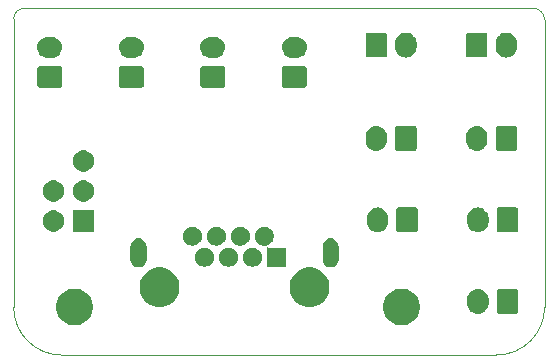
<source format=gbr>
G04 #@! TF.GenerationSoftware,KiCad,Pcbnew,(5.1.6)-1*
G04 #@! TF.CreationDate,2021-11-18T20:07:37-06:00*
G04 #@! TF.ProjectId,ControlPanelSTM32QFN28,436f6e74-726f-46c5-9061-6e656c53544d,rev?*
G04 #@! TF.SameCoordinates,Original*
G04 #@! TF.FileFunction,Soldermask,Top*
G04 #@! TF.FilePolarity,Negative*
%FSLAX46Y46*%
G04 Gerber Fmt 4.6, Leading zero omitted, Abs format (unit mm)*
G04 Created by KiCad (PCBNEW (5.1.6)-1) date 2021-11-18 20:07:37*
%MOMM*%
%LPD*%
G01*
G04 APERTURE LIST*
G04 #@! TA.AperFunction,Profile*
%ADD10C,0.050000*%
G04 #@! TD*
%ADD11C,0.100000*%
G04 APERTURE END LIST*
D10*
X175479873Y-85389743D02*
G75*
G02*
X176439940Y-86360000I-5095J-965162D01*
G01*
X131488000Y-86296602D02*
G75*
G02*
X132389685Y-85389720I901685J5182D01*
G01*
X131488000Y-110680500D02*
X131488000Y-86296602D01*
X135552000Y-114744500D02*
G75*
G02*
X131488000Y-110680500I0J4064000D01*
G01*
X172353080Y-114744500D02*
X135552000Y-114744500D01*
X176439940Y-86360000D02*
X176450164Y-110667800D01*
X176450164Y-110670340D02*
G75*
G02*
X172353080Y-114744500I-4074224J0D01*
G01*
X175479873Y-85389743D02*
X132389685Y-85389720D01*
D11*
G36*
X164601362Y-109149000D02*
G01*
X164790410Y-109186604D01*
X165072674Y-109303521D01*
X165326705Y-109473259D01*
X165542741Y-109689295D01*
X165712479Y-109943326D01*
X165829396Y-110225590D01*
X165829396Y-110225591D01*
X165889000Y-110525239D01*
X165889000Y-110830761D01*
X165884578Y-110852990D01*
X165829396Y-111130410D01*
X165712479Y-111412674D01*
X165542741Y-111666705D01*
X165326705Y-111882741D01*
X165072674Y-112052479D01*
X164790410Y-112169396D01*
X164640585Y-112199198D01*
X164490761Y-112229000D01*
X164185239Y-112229000D01*
X164035415Y-112199198D01*
X163885590Y-112169396D01*
X163603326Y-112052479D01*
X163349295Y-111882741D01*
X163133259Y-111666705D01*
X162963521Y-111412674D01*
X162846604Y-111130410D01*
X162791422Y-110852990D01*
X162787000Y-110830761D01*
X162787000Y-110525239D01*
X162846604Y-110225591D01*
X162846604Y-110225590D01*
X162963521Y-109943326D01*
X163133259Y-109689295D01*
X163349295Y-109473259D01*
X163603326Y-109303521D01*
X163885590Y-109186604D01*
X164074638Y-109149000D01*
X164185239Y-109127000D01*
X164490761Y-109127000D01*
X164601362Y-109149000D01*
G37*
G36*
X136901362Y-109149000D02*
G01*
X137090410Y-109186604D01*
X137372674Y-109303521D01*
X137626705Y-109473259D01*
X137842741Y-109689295D01*
X138012479Y-109943326D01*
X138129396Y-110225590D01*
X138129396Y-110225591D01*
X138189000Y-110525239D01*
X138189000Y-110830761D01*
X138184578Y-110852990D01*
X138129396Y-111130410D01*
X138012479Y-111412674D01*
X137842741Y-111666705D01*
X137626705Y-111882741D01*
X137372674Y-112052479D01*
X137090410Y-112169396D01*
X136940585Y-112199198D01*
X136790761Y-112229000D01*
X136485239Y-112229000D01*
X136335415Y-112199198D01*
X136185590Y-112169396D01*
X135903326Y-112052479D01*
X135649295Y-111882741D01*
X135433259Y-111666705D01*
X135263521Y-111412674D01*
X135146604Y-111130410D01*
X135091422Y-110852990D01*
X135087000Y-110830761D01*
X135087000Y-110525239D01*
X135146604Y-110225591D01*
X135146604Y-110225590D01*
X135263521Y-109943326D01*
X135433259Y-109689295D01*
X135649295Y-109473259D01*
X135903326Y-109303521D01*
X136185590Y-109186604D01*
X136374638Y-109149000D01*
X136485239Y-109127000D01*
X136790761Y-109127000D01*
X136901362Y-109149000D01*
G37*
G36*
X170976627Y-109162037D02*
G01*
X171146466Y-109213557D01*
X171302991Y-109297222D01*
X171338729Y-109326552D01*
X171440186Y-109409814D01*
X171504260Y-109487890D01*
X171552778Y-109547009D01*
X171636443Y-109703534D01*
X171687963Y-109873374D01*
X171701000Y-110005743D01*
X171701000Y-110394258D01*
X171687963Y-110526627D01*
X171636443Y-110696466D01*
X171552778Y-110852991D01*
X171523448Y-110888729D01*
X171440186Y-110990186D01*
X171302989Y-111102779D01*
X171146467Y-111186442D01*
X171146465Y-111186443D01*
X170976626Y-111237963D01*
X170800000Y-111255359D01*
X170623373Y-111237963D01*
X170453534Y-111186443D01*
X170297009Y-111102778D01*
X170254750Y-111068097D01*
X170159814Y-110990186D01*
X170047221Y-110852989D01*
X169963558Y-110696467D01*
X169937514Y-110610612D01*
X169912037Y-110526626D01*
X169899000Y-110394257D01*
X169899000Y-110005742D01*
X169912037Y-109873373D01*
X169963557Y-109703534D01*
X170047222Y-109547009D01*
X170159815Y-109409815D01*
X170297010Y-109297222D01*
X170453535Y-109213557D01*
X170623374Y-109162037D01*
X170800000Y-109144641D01*
X170976627Y-109162037D01*
G37*
G36*
X174058600Y-109152989D02*
G01*
X174091652Y-109163015D01*
X174122103Y-109179292D01*
X174148799Y-109201201D01*
X174170708Y-109227897D01*
X174186985Y-109258348D01*
X174197011Y-109291400D01*
X174201000Y-109331903D01*
X174201000Y-111068097D01*
X174197011Y-111108600D01*
X174186985Y-111141652D01*
X174170708Y-111172103D01*
X174148799Y-111198799D01*
X174122103Y-111220708D01*
X174091652Y-111236985D01*
X174058600Y-111247011D01*
X174018097Y-111251000D01*
X172581903Y-111251000D01*
X172541400Y-111247011D01*
X172508348Y-111236985D01*
X172477897Y-111220708D01*
X172451201Y-111198799D01*
X172429292Y-111172103D01*
X172413015Y-111141652D01*
X172402989Y-111108600D01*
X172399000Y-111068097D01*
X172399000Y-109331903D01*
X172402989Y-109291400D01*
X172413015Y-109258348D01*
X172429292Y-109227897D01*
X172451201Y-109201201D01*
X172477897Y-109179292D01*
X172508348Y-109163015D01*
X172541400Y-109152989D01*
X172581903Y-109149000D01*
X174018097Y-109149000D01*
X174058600Y-109152989D01*
G37*
G36*
X144332151Y-107387428D02*
G01*
X144637163Y-107513768D01*
X144911667Y-107697186D01*
X145145114Y-107930633D01*
X145328532Y-108205137D01*
X145454872Y-108510149D01*
X145519280Y-108833948D01*
X145519280Y-109164092D01*
X145454872Y-109487891D01*
X145328532Y-109792903D01*
X145145114Y-110067407D01*
X144911667Y-110300854D01*
X144637163Y-110484272D01*
X144332151Y-110610612D01*
X144170251Y-110642816D01*
X144008353Y-110675020D01*
X143678207Y-110675020D01*
X143516309Y-110642816D01*
X143354409Y-110610612D01*
X143049397Y-110484272D01*
X142774893Y-110300854D01*
X142541446Y-110067407D01*
X142358028Y-109792903D01*
X142231688Y-109487891D01*
X142167280Y-109164092D01*
X142167280Y-108833948D01*
X142231688Y-108510149D01*
X142358028Y-108205137D01*
X142541446Y-107930633D01*
X142774893Y-107697186D01*
X143049397Y-107513768D01*
X143354409Y-107387428D01*
X143678207Y-107323020D01*
X144008353Y-107323020D01*
X144332151Y-107387428D01*
G37*
G36*
X157032151Y-107387428D02*
G01*
X157337163Y-107513768D01*
X157611667Y-107697186D01*
X157845114Y-107930633D01*
X158028532Y-108205137D01*
X158154872Y-108510149D01*
X158219280Y-108833948D01*
X158219280Y-109164092D01*
X158154872Y-109487891D01*
X158028532Y-109792903D01*
X157845114Y-110067407D01*
X157611667Y-110300854D01*
X157337163Y-110484272D01*
X157032151Y-110610612D01*
X156870251Y-110642816D01*
X156708353Y-110675020D01*
X156378207Y-110675020D01*
X156216309Y-110642816D01*
X156054409Y-110610612D01*
X155749397Y-110484272D01*
X155474893Y-110300854D01*
X155241446Y-110067407D01*
X155058028Y-109792903D01*
X154931688Y-109487891D01*
X154867280Y-109164092D01*
X154867280Y-108833948D01*
X154931688Y-108510149D01*
X155058028Y-108205137D01*
X155241446Y-107930633D01*
X155474893Y-107697186D01*
X155749397Y-107513768D01*
X156054409Y-107387428D01*
X156378207Y-107323020D01*
X156708353Y-107323020D01*
X157032151Y-107387428D01*
G37*
G36*
X142196682Y-104874916D02*
G01*
X142324955Y-104913828D01*
X142443174Y-104977017D01*
X142546794Y-105062056D01*
X142631833Y-105165676D01*
X142695022Y-105283895D01*
X142733934Y-105412168D01*
X142743780Y-105512142D01*
X142743780Y-106681998D01*
X142733934Y-106781972D01*
X142695022Y-106910245D01*
X142631833Y-107028464D01*
X142546794Y-107132083D01*
X142443172Y-107217123D01*
X142324954Y-107280312D01*
X142196681Y-107319224D01*
X142063280Y-107332362D01*
X141929878Y-107319224D01*
X141801605Y-107280312D01*
X141683386Y-107217123D01*
X141579767Y-107132084D01*
X141494727Y-107028462D01*
X141431538Y-106910244D01*
X141392626Y-106781971D01*
X141382780Y-106681997D01*
X141382781Y-105512142D01*
X141392627Y-105412168D01*
X141431539Y-105283895D01*
X141494728Y-105165676D01*
X141579767Y-105062056D01*
X141683387Y-104977017D01*
X141801606Y-104913828D01*
X141929879Y-104874916D01*
X142063280Y-104861778D01*
X142196682Y-104874916D01*
G37*
G36*
X158456682Y-104874916D02*
G01*
X158584955Y-104913828D01*
X158703174Y-104977017D01*
X158806794Y-105062056D01*
X158891833Y-105165676D01*
X158955022Y-105283895D01*
X158993934Y-105412168D01*
X159003780Y-105512142D01*
X159003780Y-106681998D01*
X158993934Y-106781972D01*
X158955022Y-106910245D01*
X158891833Y-107028464D01*
X158806794Y-107132083D01*
X158703172Y-107217123D01*
X158584954Y-107280312D01*
X158456681Y-107319224D01*
X158323280Y-107332362D01*
X158189878Y-107319224D01*
X158061605Y-107280312D01*
X157943386Y-107217123D01*
X157839767Y-107132084D01*
X157754727Y-107028462D01*
X157691538Y-106910244D01*
X157652626Y-106781971D01*
X157642780Y-106681997D01*
X157642781Y-105512142D01*
X157652627Y-105412168D01*
X157691539Y-105283895D01*
X157754728Y-105165676D01*
X157839767Y-105062056D01*
X157943387Y-104977017D01*
X158061606Y-104913828D01*
X158189879Y-104874916D01*
X158323280Y-104861778D01*
X158456682Y-104874916D01*
G37*
G36*
X149916222Y-105688801D02*
G01*
X150061994Y-105749182D01*
X150061996Y-105749183D01*
X150193188Y-105836842D01*
X150304758Y-105948412D01*
X150392417Y-106079604D01*
X150392418Y-106079606D01*
X150452799Y-106225378D01*
X150483580Y-106380127D01*
X150483580Y-106537913D01*
X150452799Y-106692662D01*
X150415806Y-106781970D01*
X150392417Y-106838436D01*
X150304758Y-106969628D01*
X150193188Y-107081198D01*
X150061996Y-107168857D01*
X150061995Y-107168858D01*
X150061994Y-107168858D01*
X149916222Y-107229239D01*
X149761473Y-107260020D01*
X149603687Y-107260020D01*
X149448938Y-107229239D01*
X149303166Y-107168858D01*
X149303165Y-107168858D01*
X149303164Y-107168857D01*
X149171972Y-107081198D01*
X149060402Y-106969628D01*
X148972743Y-106838436D01*
X148949354Y-106781970D01*
X148912361Y-106692662D01*
X148881580Y-106537913D01*
X148881580Y-106380127D01*
X148912361Y-106225378D01*
X148972742Y-106079606D01*
X148972743Y-106079604D01*
X149060402Y-105948412D01*
X149171972Y-105836842D01*
X149303164Y-105749183D01*
X149303166Y-105749182D01*
X149448938Y-105688801D01*
X149603687Y-105658020D01*
X149761473Y-105658020D01*
X149916222Y-105688801D01*
G37*
G36*
X147886222Y-105688801D02*
G01*
X148031994Y-105749182D01*
X148031996Y-105749183D01*
X148163188Y-105836842D01*
X148274758Y-105948412D01*
X148362417Y-106079604D01*
X148362418Y-106079606D01*
X148422799Y-106225378D01*
X148453580Y-106380127D01*
X148453580Y-106537913D01*
X148422799Y-106692662D01*
X148385806Y-106781970D01*
X148362417Y-106838436D01*
X148274758Y-106969628D01*
X148163188Y-107081198D01*
X148031996Y-107168857D01*
X148031995Y-107168858D01*
X148031994Y-107168858D01*
X147886222Y-107229239D01*
X147731473Y-107260020D01*
X147573687Y-107260020D01*
X147418938Y-107229239D01*
X147273166Y-107168858D01*
X147273165Y-107168858D01*
X147273164Y-107168857D01*
X147141972Y-107081198D01*
X147030402Y-106969628D01*
X146942743Y-106838436D01*
X146919354Y-106781970D01*
X146882361Y-106692662D01*
X146851580Y-106537913D01*
X146851580Y-106380127D01*
X146882361Y-106225378D01*
X146942742Y-106079606D01*
X146942743Y-106079604D01*
X147030402Y-105948412D01*
X147141972Y-105836842D01*
X147273164Y-105749183D01*
X147273166Y-105749182D01*
X147418938Y-105688801D01*
X147573687Y-105658020D01*
X147731473Y-105658020D01*
X147886222Y-105688801D01*
G37*
G36*
X151946222Y-105688801D02*
G01*
X152091994Y-105749182D01*
X152091996Y-105749183D01*
X152223188Y-105836842D01*
X152334758Y-105948412D01*
X152422417Y-106079604D01*
X152422418Y-106079606D01*
X152482799Y-106225378D01*
X152513580Y-106380127D01*
X152513580Y-106537913D01*
X152482799Y-106692662D01*
X152445806Y-106781970D01*
X152422417Y-106838436D01*
X152334758Y-106969628D01*
X152223188Y-107081198D01*
X152091996Y-107168857D01*
X152091995Y-107168858D01*
X152091994Y-107168858D01*
X151946222Y-107229239D01*
X151791473Y-107260020D01*
X151633687Y-107260020D01*
X151478938Y-107229239D01*
X151333166Y-107168858D01*
X151333165Y-107168858D01*
X151333164Y-107168857D01*
X151201972Y-107081198D01*
X151090402Y-106969628D01*
X151002743Y-106838436D01*
X150979354Y-106781970D01*
X150942361Y-106692662D01*
X150911580Y-106537913D01*
X150911580Y-106380127D01*
X150942361Y-106225378D01*
X151002742Y-106079606D01*
X151002743Y-106079604D01*
X151090402Y-105948412D01*
X151201972Y-105836842D01*
X151333164Y-105749183D01*
X151333166Y-105749182D01*
X151478938Y-105688801D01*
X151633687Y-105658020D01*
X151791473Y-105658020D01*
X151946222Y-105688801D01*
G37*
G36*
X152956222Y-103908801D02*
G01*
X153101994Y-103969182D01*
X153101996Y-103969183D01*
X153233188Y-104056842D01*
X153344758Y-104168412D01*
X153423623Y-104286443D01*
X153432418Y-104299606D01*
X153492799Y-104445378D01*
X153523580Y-104600127D01*
X153523580Y-104757913D01*
X153492799Y-104912662D01*
X153432418Y-105058434D01*
X153432417Y-105058436D01*
X153344758Y-105189628D01*
X153233188Y-105301198D01*
X153101996Y-105388857D01*
X153101995Y-105388858D01*
X153101994Y-105388858D01*
X153032757Y-105417537D01*
X153011146Y-105429088D01*
X152992204Y-105444633D01*
X152976659Y-105463575D01*
X152965108Y-105485186D01*
X152957995Y-105508635D01*
X152955593Y-105533021D01*
X152957995Y-105557407D01*
X152965108Y-105580856D01*
X152976659Y-105602467D01*
X152992204Y-105621409D01*
X153011146Y-105636954D01*
X153032757Y-105648505D01*
X153056206Y-105655618D01*
X153080592Y-105658020D01*
X154543580Y-105658020D01*
X154543580Y-107260020D01*
X152941580Y-107260020D01*
X152941580Y-105604462D01*
X152939178Y-105580076D01*
X152932065Y-105556627D01*
X152920514Y-105535016D01*
X152904969Y-105516074D01*
X152886027Y-105500529D01*
X152864416Y-105488978D01*
X152840967Y-105481865D01*
X152816581Y-105479463D01*
X152810931Y-105480020D01*
X152643687Y-105480020D01*
X152488938Y-105449239D01*
X152343166Y-105388858D01*
X152343165Y-105388858D01*
X152343164Y-105388857D01*
X152211972Y-105301198D01*
X152100402Y-105189628D01*
X152012743Y-105058436D01*
X152012742Y-105058434D01*
X151952361Y-104912662D01*
X151921580Y-104757913D01*
X151921580Y-104600127D01*
X151952361Y-104445378D01*
X152012742Y-104299606D01*
X152021537Y-104286443D01*
X152100402Y-104168412D01*
X152211972Y-104056842D01*
X152343164Y-103969183D01*
X152343166Y-103969182D01*
X152488938Y-103908801D01*
X152643687Y-103878020D01*
X152801473Y-103878020D01*
X152956222Y-103908801D01*
G37*
G36*
X148896222Y-103908801D02*
G01*
X149041994Y-103969182D01*
X149041996Y-103969183D01*
X149173188Y-104056842D01*
X149284758Y-104168412D01*
X149363623Y-104286443D01*
X149372418Y-104299606D01*
X149432799Y-104445378D01*
X149463580Y-104600127D01*
X149463580Y-104757913D01*
X149432799Y-104912662D01*
X149372418Y-105058434D01*
X149372417Y-105058436D01*
X149284758Y-105189628D01*
X149173188Y-105301198D01*
X149041996Y-105388857D01*
X149041995Y-105388858D01*
X149041994Y-105388858D01*
X148896222Y-105449239D01*
X148741473Y-105480020D01*
X148583687Y-105480020D01*
X148428938Y-105449239D01*
X148283166Y-105388858D01*
X148283165Y-105388858D01*
X148283164Y-105388857D01*
X148151972Y-105301198D01*
X148040402Y-105189628D01*
X147952743Y-105058436D01*
X147952742Y-105058434D01*
X147892361Y-104912662D01*
X147861580Y-104757913D01*
X147861580Y-104600127D01*
X147892361Y-104445378D01*
X147952742Y-104299606D01*
X147961537Y-104286443D01*
X148040402Y-104168412D01*
X148151972Y-104056842D01*
X148283164Y-103969183D01*
X148283166Y-103969182D01*
X148428938Y-103908801D01*
X148583687Y-103878020D01*
X148741473Y-103878020D01*
X148896222Y-103908801D01*
G37*
G36*
X150926222Y-103908801D02*
G01*
X151071994Y-103969182D01*
X151071996Y-103969183D01*
X151203188Y-104056842D01*
X151314758Y-104168412D01*
X151393623Y-104286443D01*
X151402418Y-104299606D01*
X151462799Y-104445378D01*
X151493580Y-104600127D01*
X151493580Y-104757913D01*
X151462799Y-104912662D01*
X151402418Y-105058434D01*
X151402417Y-105058436D01*
X151314758Y-105189628D01*
X151203188Y-105301198D01*
X151071996Y-105388857D01*
X151071995Y-105388858D01*
X151071994Y-105388858D01*
X150926222Y-105449239D01*
X150771473Y-105480020D01*
X150613687Y-105480020D01*
X150458938Y-105449239D01*
X150313166Y-105388858D01*
X150313165Y-105388858D01*
X150313164Y-105388857D01*
X150181972Y-105301198D01*
X150070402Y-105189628D01*
X149982743Y-105058436D01*
X149982742Y-105058434D01*
X149922361Y-104912662D01*
X149891580Y-104757913D01*
X149891580Y-104600127D01*
X149922361Y-104445378D01*
X149982742Y-104299606D01*
X149991537Y-104286443D01*
X150070402Y-104168412D01*
X150181972Y-104056842D01*
X150313164Y-103969183D01*
X150313166Y-103969182D01*
X150458938Y-103908801D01*
X150613687Y-103878020D01*
X150771473Y-103878020D01*
X150926222Y-103908801D01*
G37*
G36*
X146866222Y-103908801D02*
G01*
X147011994Y-103969182D01*
X147011996Y-103969183D01*
X147143188Y-104056842D01*
X147254758Y-104168412D01*
X147333623Y-104286443D01*
X147342418Y-104299606D01*
X147402799Y-104445378D01*
X147433580Y-104600127D01*
X147433580Y-104757913D01*
X147402799Y-104912662D01*
X147342418Y-105058434D01*
X147342417Y-105058436D01*
X147254758Y-105189628D01*
X147143188Y-105301198D01*
X147011996Y-105388857D01*
X147011995Y-105388858D01*
X147011994Y-105388858D01*
X146866222Y-105449239D01*
X146711473Y-105480020D01*
X146553687Y-105480020D01*
X146398938Y-105449239D01*
X146253166Y-105388858D01*
X146253165Y-105388858D01*
X146253164Y-105388857D01*
X146121972Y-105301198D01*
X146010402Y-105189628D01*
X145922743Y-105058436D01*
X145922742Y-105058434D01*
X145862361Y-104912662D01*
X145831580Y-104757913D01*
X145831580Y-104600127D01*
X145862361Y-104445378D01*
X145922742Y-104299606D01*
X145931537Y-104286443D01*
X146010402Y-104168412D01*
X146121972Y-104056842D01*
X146253164Y-103969183D01*
X146253166Y-103969182D01*
X146398938Y-103908801D01*
X146553687Y-103878020D01*
X146711473Y-103878020D01*
X146866222Y-103908801D01*
G37*
G36*
X162476627Y-102262037D02*
G01*
X162646466Y-102313557D01*
X162802991Y-102397222D01*
X162838729Y-102426552D01*
X162940186Y-102509814D01*
X163015466Y-102601544D01*
X163052778Y-102647009D01*
X163136443Y-102803534D01*
X163187963Y-102973374D01*
X163201000Y-103105743D01*
X163201000Y-103494258D01*
X163187963Y-103626627D01*
X163136443Y-103796466D01*
X163052778Y-103952991D01*
X163023448Y-103988729D01*
X162940186Y-104090186D01*
X162802989Y-104202779D01*
X162646467Y-104286442D01*
X162646465Y-104286443D01*
X162476626Y-104337963D01*
X162300000Y-104355359D01*
X162123373Y-104337963D01*
X161953534Y-104286443D01*
X161797009Y-104202778D01*
X161754750Y-104168097D01*
X161659814Y-104090186D01*
X161547221Y-103952989D01*
X161463558Y-103796467D01*
X161423014Y-103662811D01*
X161412037Y-103626626D01*
X161399000Y-103494257D01*
X161399000Y-103105742D01*
X161412037Y-102973373D01*
X161463557Y-102803534D01*
X161547222Y-102647009D01*
X161659815Y-102509815D01*
X161797010Y-102397222D01*
X161953535Y-102313557D01*
X162123374Y-102262037D01*
X162300000Y-102244641D01*
X162476627Y-102262037D01*
G37*
G36*
X170976627Y-102262037D02*
G01*
X171146466Y-102313557D01*
X171302991Y-102397222D01*
X171338729Y-102426552D01*
X171440186Y-102509814D01*
X171515466Y-102601544D01*
X171552778Y-102647009D01*
X171636443Y-102803534D01*
X171687963Y-102973374D01*
X171701000Y-103105743D01*
X171701000Y-103494258D01*
X171687963Y-103626627D01*
X171636443Y-103796466D01*
X171552778Y-103952991D01*
X171523448Y-103988729D01*
X171440186Y-104090186D01*
X171302989Y-104202779D01*
X171146467Y-104286442D01*
X171146465Y-104286443D01*
X170976626Y-104337963D01*
X170800000Y-104355359D01*
X170623373Y-104337963D01*
X170453534Y-104286443D01*
X170297009Y-104202778D01*
X170254750Y-104168097D01*
X170159814Y-104090186D01*
X170047221Y-103952989D01*
X169963558Y-103796467D01*
X169923014Y-103662811D01*
X169912037Y-103626626D01*
X169899000Y-103494257D01*
X169899000Y-103105742D01*
X169912037Y-102973373D01*
X169963557Y-102803534D01*
X170047222Y-102647009D01*
X170159815Y-102509815D01*
X170297010Y-102397222D01*
X170453535Y-102313557D01*
X170623374Y-102262037D01*
X170800000Y-102244641D01*
X170976627Y-102262037D01*
G37*
G36*
X174058600Y-102252989D02*
G01*
X174091652Y-102263015D01*
X174122103Y-102279292D01*
X174148799Y-102301201D01*
X174170708Y-102327897D01*
X174186985Y-102358348D01*
X174197011Y-102391400D01*
X174201000Y-102431903D01*
X174201000Y-104168097D01*
X174197011Y-104208600D01*
X174186985Y-104241652D01*
X174170708Y-104272103D01*
X174148799Y-104298799D01*
X174122103Y-104320708D01*
X174091652Y-104336985D01*
X174058600Y-104347011D01*
X174018097Y-104351000D01*
X172581903Y-104351000D01*
X172541400Y-104347011D01*
X172508348Y-104336985D01*
X172477897Y-104320708D01*
X172451201Y-104298799D01*
X172429292Y-104272103D01*
X172413015Y-104241652D01*
X172402989Y-104208600D01*
X172399000Y-104168097D01*
X172399000Y-102431903D01*
X172402989Y-102391400D01*
X172413015Y-102358348D01*
X172429292Y-102327897D01*
X172451201Y-102301201D01*
X172477897Y-102279292D01*
X172508348Y-102263015D01*
X172541400Y-102252989D01*
X172581903Y-102249000D01*
X174018097Y-102249000D01*
X174058600Y-102252989D01*
G37*
G36*
X165558600Y-102252989D02*
G01*
X165591652Y-102263015D01*
X165622103Y-102279292D01*
X165648799Y-102301201D01*
X165670708Y-102327897D01*
X165686985Y-102358348D01*
X165697011Y-102391400D01*
X165701000Y-102431903D01*
X165701000Y-104168097D01*
X165697011Y-104208600D01*
X165686985Y-104241652D01*
X165670708Y-104272103D01*
X165648799Y-104298799D01*
X165622103Y-104320708D01*
X165591652Y-104336985D01*
X165558600Y-104347011D01*
X165518097Y-104351000D01*
X164081903Y-104351000D01*
X164041400Y-104347011D01*
X164008348Y-104336985D01*
X163977897Y-104320708D01*
X163951201Y-104298799D01*
X163929292Y-104272103D01*
X163913015Y-104241652D01*
X163902989Y-104208600D01*
X163899000Y-104168097D01*
X163899000Y-102431903D01*
X163902989Y-102391400D01*
X163913015Y-102358348D01*
X163929292Y-102327897D01*
X163951201Y-102301201D01*
X163977897Y-102279292D01*
X164008348Y-102263015D01*
X164041400Y-102252989D01*
X164081903Y-102249000D01*
X165518097Y-102249000D01*
X165558600Y-102252989D01*
G37*
G36*
X138301000Y-104301000D02*
G01*
X136499000Y-104301000D01*
X136499000Y-102499000D01*
X138301000Y-102499000D01*
X138301000Y-104301000D01*
G37*
G36*
X134973512Y-102503927D02*
G01*
X135122812Y-102533624D01*
X135286784Y-102601544D01*
X135434354Y-102700147D01*
X135559853Y-102825646D01*
X135658456Y-102973216D01*
X135726376Y-103137188D01*
X135756073Y-103286488D01*
X135761000Y-103311258D01*
X135761000Y-103488742D01*
X135759902Y-103494260D01*
X135726376Y-103662812D01*
X135658456Y-103826784D01*
X135559853Y-103974354D01*
X135434354Y-104099853D01*
X135286784Y-104198456D01*
X135122812Y-104266376D01*
X134973512Y-104296073D01*
X134948742Y-104301000D01*
X134771258Y-104301000D01*
X134746488Y-104296073D01*
X134597188Y-104266376D01*
X134433216Y-104198456D01*
X134285646Y-104099853D01*
X134160147Y-103974354D01*
X134061544Y-103826784D01*
X133993624Y-103662812D01*
X133960098Y-103494260D01*
X133959000Y-103488742D01*
X133959000Y-103311258D01*
X133963927Y-103286488D01*
X133993624Y-103137188D01*
X134061544Y-102973216D01*
X134160147Y-102825646D01*
X134285646Y-102700147D01*
X134433216Y-102601544D01*
X134597188Y-102533624D01*
X134746488Y-102503927D01*
X134771258Y-102499000D01*
X134948742Y-102499000D01*
X134973512Y-102503927D01*
G37*
G36*
X134973512Y-99963927D02*
G01*
X135122812Y-99993624D01*
X135286784Y-100061544D01*
X135434354Y-100160147D01*
X135559853Y-100285646D01*
X135658456Y-100433216D01*
X135726376Y-100597188D01*
X135761000Y-100771259D01*
X135761000Y-100948741D01*
X135726376Y-101122812D01*
X135658456Y-101286784D01*
X135559853Y-101434354D01*
X135434354Y-101559853D01*
X135286784Y-101658456D01*
X135122812Y-101726376D01*
X134973512Y-101756073D01*
X134948742Y-101761000D01*
X134771258Y-101761000D01*
X134746488Y-101756073D01*
X134597188Y-101726376D01*
X134433216Y-101658456D01*
X134285646Y-101559853D01*
X134160147Y-101434354D01*
X134061544Y-101286784D01*
X133993624Y-101122812D01*
X133959000Y-100948741D01*
X133959000Y-100771259D01*
X133993624Y-100597188D01*
X134061544Y-100433216D01*
X134160147Y-100285646D01*
X134285646Y-100160147D01*
X134433216Y-100061544D01*
X134597188Y-99993624D01*
X134746488Y-99963927D01*
X134771258Y-99959000D01*
X134948742Y-99959000D01*
X134973512Y-99963927D01*
G37*
G36*
X137513512Y-99963927D02*
G01*
X137662812Y-99993624D01*
X137826784Y-100061544D01*
X137974354Y-100160147D01*
X138099853Y-100285646D01*
X138198456Y-100433216D01*
X138266376Y-100597188D01*
X138301000Y-100771259D01*
X138301000Y-100948741D01*
X138266376Y-101122812D01*
X138198456Y-101286784D01*
X138099853Y-101434354D01*
X137974354Y-101559853D01*
X137826784Y-101658456D01*
X137662812Y-101726376D01*
X137513512Y-101756073D01*
X137488742Y-101761000D01*
X137311258Y-101761000D01*
X137286488Y-101756073D01*
X137137188Y-101726376D01*
X136973216Y-101658456D01*
X136825646Y-101559853D01*
X136700147Y-101434354D01*
X136601544Y-101286784D01*
X136533624Y-101122812D01*
X136499000Y-100948741D01*
X136499000Y-100771259D01*
X136533624Y-100597188D01*
X136601544Y-100433216D01*
X136700147Y-100285646D01*
X136825646Y-100160147D01*
X136973216Y-100061544D01*
X137137188Y-99993624D01*
X137286488Y-99963927D01*
X137311258Y-99959000D01*
X137488742Y-99959000D01*
X137513512Y-99963927D01*
G37*
G36*
X137513512Y-97423927D02*
G01*
X137662812Y-97453624D01*
X137826784Y-97521544D01*
X137974354Y-97620147D01*
X138099853Y-97745646D01*
X138198456Y-97893216D01*
X138266376Y-98057188D01*
X138301000Y-98231259D01*
X138301000Y-98408741D01*
X138266376Y-98582812D01*
X138198456Y-98746784D01*
X138099853Y-98894354D01*
X137974354Y-99019853D01*
X137826784Y-99118456D01*
X137662812Y-99186376D01*
X137513512Y-99216073D01*
X137488742Y-99221000D01*
X137311258Y-99221000D01*
X137286488Y-99216073D01*
X137137188Y-99186376D01*
X136973216Y-99118456D01*
X136825646Y-99019853D01*
X136700147Y-98894354D01*
X136601544Y-98746784D01*
X136533624Y-98582812D01*
X136499000Y-98408741D01*
X136499000Y-98231259D01*
X136533624Y-98057188D01*
X136601544Y-97893216D01*
X136700147Y-97745646D01*
X136825646Y-97620147D01*
X136973216Y-97521544D01*
X137137188Y-97453624D01*
X137286488Y-97423927D01*
X137311258Y-97419000D01*
X137488742Y-97419000D01*
X137513512Y-97423927D01*
G37*
G36*
X162376627Y-95362037D02*
G01*
X162546466Y-95413557D01*
X162702991Y-95497222D01*
X162738729Y-95526552D01*
X162840186Y-95609814D01*
X162923448Y-95711271D01*
X162952778Y-95747009D01*
X163036443Y-95903534D01*
X163087963Y-96073374D01*
X163101000Y-96205743D01*
X163101000Y-96594258D01*
X163087963Y-96726627D01*
X163036443Y-96896466D01*
X162952778Y-97052991D01*
X162923448Y-97088729D01*
X162840186Y-97190186D01*
X162702989Y-97302779D01*
X162546467Y-97386442D01*
X162546465Y-97386443D01*
X162376626Y-97437963D01*
X162200000Y-97455359D01*
X162023373Y-97437963D01*
X161853534Y-97386443D01*
X161697009Y-97302778D01*
X161654750Y-97268097D01*
X161559814Y-97190186D01*
X161447221Y-97052989D01*
X161363558Y-96896467D01*
X161363557Y-96896465D01*
X161312037Y-96726626D01*
X161299000Y-96594257D01*
X161299000Y-96205742D01*
X161312037Y-96073373D01*
X161363557Y-95903534D01*
X161447222Y-95747009D01*
X161559815Y-95609815D01*
X161697010Y-95497222D01*
X161853535Y-95413557D01*
X162023374Y-95362037D01*
X162200000Y-95344641D01*
X162376627Y-95362037D01*
G37*
G36*
X170876627Y-95362037D02*
G01*
X171046466Y-95413557D01*
X171202991Y-95497222D01*
X171238729Y-95526552D01*
X171340186Y-95609814D01*
X171423448Y-95711271D01*
X171452778Y-95747009D01*
X171536443Y-95903534D01*
X171587963Y-96073374D01*
X171601000Y-96205743D01*
X171601000Y-96594258D01*
X171587963Y-96726627D01*
X171536443Y-96896466D01*
X171452778Y-97052991D01*
X171423448Y-97088729D01*
X171340186Y-97190186D01*
X171202989Y-97302779D01*
X171046467Y-97386442D01*
X171046465Y-97386443D01*
X170876626Y-97437963D01*
X170700000Y-97455359D01*
X170523373Y-97437963D01*
X170353534Y-97386443D01*
X170197009Y-97302778D01*
X170154750Y-97268097D01*
X170059814Y-97190186D01*
X169947221Y-97052989D01*
X169863558Y-96896467D01*
X169863557Y-96896465D01*
X169812037Y-96726626D01*
X169799000Y-96594257D01*
X169799000Y-96205742D01*
X169812037Y-96073373D01*
X169863557Y-95903534D01*
X169947222Y-95747009D01*
X170059815Y-95609815D01*
X170197010Y-95497222D01*
X170353535Y-95413557D01*
X170523374Y-95362037D01*
X170700000Y-95344641D01*
X170876627Y-95362037D01*
G37*
G36*
X165458600Y-95352989D02*
G01*
X165491652Y-95363015D01*
X165522103Y-95379292D01*
X165548799Y-95401201D01*
X165570708Y-95427897D01*
X165586985Y-95458348D01*
X165597011Y-95491400D01*
X165601000Y-95531903D01*
X165601000Y-97268097D01*
X165597011Y-97308600D01*
X165586985Y-97341652D01*
X165570708Y-97372103D01*
X165548799Y-97398799D01*
X165522103Y-97420708D01*
X165491652Y-97436985D01*
X165458600Y-97447011D01*
X165418097Y-97451000D01*
X163981903Y-97451000D01*
X163941400Y-97447011D01*
X163908348Y-97436985D01*
X163877897Y-97420708D01*
X163851201Y-97398799D01*
X163829292Y-97372103D01*
X163813015Y-97341652D01*
X163802989Y-97308600D01*
X163799000Y-97268097D01*
X163799000Y-95531903D01*
X163802989Y-95491400D01*
X163813015Y-95458348D01*
X163829292Y-95427897D01*
X163851201Y-95401201D01*
X163877897Y-95379292D01*
X163908348Y-95363015D01*
X163941400Y-95352989D01*
X163981903Y-95349000D01*
X165418097Y-95349000D01*
X165458600Y-95352989D01*
G37*
G36*
X173958600Y-95352989D02*
G01*
X173991652Y-95363015D01*
X174022103Y-95379292D01*
X174048799Y-95401201D01*
X174070708Y-95427897D01*
X174086985Y-95458348D01*
X174097011Y-95491400D01*
X174101000Y-95531903D01*
X174101000Y-97268097D01*
X174097011Y-97308600D01*
X174086985Y-97341652D01*
X174070708Y-97372103D01*
X174048799Y-97398799D01*
X174022103Y-97420708D01*
X173991652Y-97436985D01*
X173958600Y-97447011D01*
X173918097Y-97451000D01*
X172481903Y-97451000D01*
X172441400Y-97447011D01*
X172408348Y-97436985D01*
X172377897Y-97420708D01*
X172351201Y-97398799D01*
X172329292Y-97372103D01*
X172313015Y-97341652D01*
X172302989Y-97308600D01*
X172299000Y-97268097D01*
X172299000Y-95531903D01*
X172302989Y-95491400D01*
X172313015Y-95458348D01*
X172329292Y-95427897D01*
X172351201Y-95401201D01*
X172377897Y-95379292D01*
X172408348Y-95363015D01*
X172441400Y-95352989D01*
X172481903Y-95349000D01*
X173918097Y-95349000D01*
X173958600Y-95352989D01*
G37*
G36*
X149258600Y-90302989D02*
G01*
X149291652Y-90313015D01*
X149322103Y-90329292D01*
X149348799Y-90351201D01*
X149370708Y-90377897D01*
X149386985Y-90408348D01*
X149397011Y-90441400D01*
X149401000Y-90481903D01*
X149401000Y-91918097D01*
X149397011Y-91958600D01*
X149386985Y-91991652D01*
X149370708Y-92022103D01*
X149348799Y-92048799D01*
X149322103Y-92070708D01*
X149291652Y-92086985D01*
X149258600Y-92097011D01*
X149218097Y-92101000D01*
X147481903Y-92101000D01*
X147441400Y-92097011D01*
X147408348Y-92086985D01*
X147377897Y-92070708D01*
X147351201Y-92048799D01*
X147329292Y-92022103D01*
X147313015Y-91991652D01*
X147302989Y-91958600D01*
X147299000Y-91918097D01*
X147299000Y-90481903D01*
X147302989Y-90441400D01*
X147313015Y-90408348D01*
X147329292Y-90377897D01*
X147351201Y-90351201D01*
X147377897Y-90329292D01*
X147408348Y-90313015D01*
X147441400Y-90302989D01*
X147481903Y-90299000D01*
X149218097Y-90299000D01*
X149258600Y-90302989D01*
G37*
G36*
X142358600Y-90302989D02*
G01*
X142391652Y-90313015D01*
X142422103Y-90329292D01*
X142448799Y-90351201D01*
X142470708Y-90377897D01*
X142486985Y-90408348D01*
X142497011Y-90441400D01*
X142501000Y-90481903D01*
X142501000Y-91918097D01*
X142497011Y-91958600D01*
X142486985Y-91991652D01*
X142470708Y-92022103D01*
X142448799Y-92048799D01*
X142422103Y-92070708D01*
X142391652Y-92086985D01*
X142358600Y-92097011D01*
X142318097Y-92101000D01*
X140581903Y-92101000D01*
X140541400Y-92097011D01*
X140508348Y-92086985D01*
X140477897Y-92070708D01*
X140451201Y-92048799D01*
X140429292Y-92022103D01*
X140413015Y-91991652D01*
X140402989Y-91958600D01*
X140399000Y-91918097D01*
X140399000Y-90481903D01*
X140402989Y-90441400D01*
X140413015Y-90408348D01*
X140429292Y-90377897D01*
X140451201Y-90351201D01*
X140477897Y-90329292D01*
X140508348Y-90313015D01*
X140541400Y-90302989D01*
X140581903Y-90299000D01*
X142318097Y-90299000D01*
X142358600Y-90302989D01*
G37*
G36*
X156158600Y-90302989D02*
G01*
X156191652Y-90313015D01*
X156222103Y-90329292D01*
X156248799Y-90351201D01*
X156270708Y-90377897D01*
X156286985Y-90408348D01*
X156297011Y-90441400D01*
X156301000Y-90481903D01*
X156301000Y-91918097D01*
X156297011Y-91958600D01*
X156286985Y-91991652D01*
X156270708Y-92022103D01*
X156248799Y-92048799D01*
X156222103Y-92070708D01*
X156191652Y-92086985D01*
X156158600Y-92097011D01*
X156118097Y-92101000D01*
X154381903Y-92101000D01*
X154341400Y-92097011D01*
X154308348Y-92086985D01*
X154277897Y-92070708D01*
X154251201Y-92048799D01*
X154229292Y-92022103D01*
X154213015Y-91991652D01*
X154202989Y-91958600D01*
X154199000Y-91918097D01*
X154199000Y-90481903D01*
X154202989Y-90441400D01*
X154213015Y-90408348D01*
X154229292Y-90377897D01*
X154251201Y-90351201D01*
X154277897Y-90329292D01*
X154308348Y-90313015D01*
X154341400Y-90302989D01*
X154381903Y-90299000D01*
X156118097Y-90299000D01*
X156158600Y-90302989D01*
G37*
G36*
X135458600Y-90302989D02*
G01*
X135491652Y-90313015D01*
X135522103Y-90329292D01*
X135548799Y-90351201D01*
X135570708Y-90377897D01*
X135586985Y-90408348D01*
X135597011Y-90441400D01*
X135601000Y-90481903D01*
X135601000Y-91918097D01*
X135597011Y-91958600D01*
X135586985Y-91991652D01*
X135570708Y-92022103D01*
X135548799Y-92048799D01*
X135522103Y-92070708D01*
X135491652Y-92086985D01*
X135458600Y-92097011D01*
X135418097Y-92101000D01*
X133681903Y-92101000D01*
X133641400Y-92097011D01*
X133608348Y-92086985D01*
X133577897Y-92070708D01*
X133551201Y-92048799D01*
X133529292Y-92022103D01*
X133513015Y-91991652D01*
X133502989Y-91958600D01*
X133499000Y-91918097D01*
X133499000Y-90481903D01*
X133502989Y-90441400D01*
X133513015Y-90408348D01*
X133529292Y-90377897D01*
X133551201Y-90351201D01*
X133577897Y-90329292D01*
X133608348Y-90313015D01*
X133641400Y-90302989D01*
X133681903Y-90299000D01*
X135418097Y-90299000D01*
X135458600Y-90302989D01*
G37*
G36*
X141710443Y-87805519D02*
G01*
X141776627Y-87812037D01*
X141946466Y-87863557D01*
X142102991Y-87947222D01*
X142138729Y-87976552D01*
X142240186Y-88059814D01*
X142323448Y-88161271D01*
X142352778Y-88197009D01*
X142436443Y-88353534D01*
X142487963Y-88523373D01*
X142505359Y-88700000D01*
X142487963Y-88876627D01*
X142436443Y-89046466D01*
X142352778Y-89202991D01*
X142323448Y-89238729D01*
X142240186Y-89340186D01*
X142163916Y-89402778D01*
X142102991Y-89452778D01*
X141946466Y-89536443D01*
X141776627Y-89587963D01*
X141710443Y-89594481D01*
X141644260Y-89601000D01*
X141255740Y-89601000D01*
X141189557Y-89594481D01*
X141123373Y-89587963D01*
X140953534Y-89536443D01*
X140797009Y-89452778D01*
X140736084Y-89402778D01*
X140659814Y-89340186D01*
X140576552Y-89238729D01*
X140547222Y-89202991D01*
X140463557Y-89046466D01*
X140412037Y-88876627D01*
X140394641Y-88700000D01*
X140412037Y-88523373D01*
X140463557Y-88353534D01*
X140547222Y-88197009D01*
X140576552Y-88161271D01*
X140659814Y-88059814D01*
X140761271Y-87976552D01*
X140797009Y-87947222D01*
X140953534Y-87863557D01*
X141123373Y-87812037D01*
X141189557Y-87805519D01*
X141255740Y-87799000D01*
X141644260Y-87799000D01*
X141710443Y-87805519D01*
G37*
G36*
X148610443Y-87805519D02*
G01*
X148676627Y-87812037D01*
X148846466Y-87863557D01*
X149002991Y-87947222D01*
X149038729Y-87976552D01*
X149140186Y-88059814D01*
X149223448Y-88161271D01*
X149252778Y-88197009D01*
X149336443Y-88353534D01*
X149387963Y-88523373D01*
X149405359Y-88700000D01*
X149387963Y-88876627D01*
X149336443Y-89046466D01*
X149252778Y-89202991D01*
X149223448Y-89238729D01*
X149140186Y-89340186D01*
X149063916Y-89402778D01*
X149002991Y-89452778D01*
X148846466Y-89536443D01*
X148676627Y-89587963D01*
X148610443Y-89594481D01*
X148544260Y-89601000D01*
X148155740Y-89601000D01*
X148089557Y-89594481D01*
X148023373Y-89587963D01*
X147853534Y-89536443D01*
X147697009Y-89452778D01*
X147636084Y-89402778D01*
X147559814Y-89340186D01*
X147476552Y-89238729D01*
X147447222Y-89202991D01*
X147363557Y-89046466D01*
X147312037Y-88876627D01*
X147294641Y-88700000D01*
X147312037Y-88523373D01*
X147363557Y-88353534D01*
X147447222Y-88197009D01*
X147476552Y-88161271D01*
X147559814Y-88059814D01*
X147661271Y-87976552D01*
X147697009Y-87947222D01*
X147853534Y-87863557D01*
X148023373Y-87812037D01*
X148089557Y-87805519D01*
X148155740Y-87799000D01*
X148544260Y-87799000D01*
X148610443Y-87805519D01*
G37*
G36*
X134810443Y-87805519D02*
G01*
X134876627Y-87812037D01*
X135046466Y-87863557D01*
X135202991Y-87947222D01*
X135238729Y-87976552D01*
X135340186Y-88059814D01*
X135423448Y-88161271D01*
X135452778Y-88197009D01*
X135536443Y-88353534D01*
X135587963Y-88523373D01*
X135605359Y-88700000D01*
X135587963Y-88876627D01*
X135536443Y-89046466D01*
X135452778Y-89202991D01*
X135423448Y-89238729D01*
X135340186Y-89340186D01*
X135263916Y-89402778D01*
X135202991Y-89452778D01*
X135046466Y-89536443D01*
X134876627Y-89587963D01*
X134810443Y-89594481D01*
X134744260Y-89601000D01*
X134355740Y-89601000D01*
X134289557Y-89594481D01*
X134223373Y-89587963D01*
X134053534Y-89536443D01*
X133897009Y-89452778D01*
X133836084Y-89402778D01*
X133759814Y-89340186D01*
X133676552Y-89238729D01*
X133647222Y-89202991D01*
X133563557Y-89046466D01*
X133512037Y-88876627D01*
X133494641Y-88700000D01*
X133512037Y-88523373D01*
X133563557Y-88353534D01*
X133647222Y-88197009D01*
X133676552Y-88161271D01*
X133759814Y-88059814D01*
X133861271Y-87976552D01*
X133897009Y-87947222D01*
X134053534Y-87863557D01*
X134223373Y-87812037D01*
X134289557Y-87805519D01*
X134355740Y-87799000D01*
X134744260Y-87799000D01*
X134810443Y-87805519D01*
G37*
G36*
X155510443Y-87805519D02*
G01*
X155576627Y-87812037D01*
X155746466Y-87863557D01*
X155902991Y-87947222D01*
X155938729Y-87976552D01*
X156040186Y-88059814D01*
X156123448Y-88161271D01*
X156152778Y-88197009D01*
X156236443Y-88353534D01*
X156287963Y-88523373D01*
X156305359Y-88700000D01*
X156287963Y-88876627D01*
X156236443Y-89046466D01*
X156152778Y-89202991D01*
X156123448Y-89238729D01*
X156040186Y-89340186D01*
X155963916Y-89402778D01*
X155902991Y-89452778D01*
X155746466Y-89536443D01*
X155576627Y-89587963D01*
X155510443Y-89594481D01*
X155444260Y-89601000D01*
X155055740Y-89601000D01*
X154989557Y-89594481D01*
X154923373Y-89587963D01*
X154753534Y-89536443D01*
X154597009Y-89452778D01*
X154536084Y-89402778D01*
X154459814Y-89340186D01*
X154376552Y-89238729D01*
X154347222Y-89202991D01*
X154263557Y-89046466D01*
X154212037Y-88876627D01*
X154194641Y-88700000D01*
X154212037Y-88523373D01*
X154263557Y-88353534D01*
X154347222Y-88197009D01*
X154376552Y-88161271D01*
X154459814Y-88059814D01*
X154561271Y-87976552D01*
X154597009Y-87947222D01*
X154753534Y-87863557D01*
X154923373Y-87812037D01*
X154989557Y-87805519D01*
X155055740Y-87799000D01*
X155444260Y-87799000D01*
X155510443Y-87805519D01*
G37*
G36*
X164876626Y-87462037D02*
G01*
X165046465Y-87513557D01*
X165046467Y-87513558D01*
X165202989Y-87597221D01*
X165340186Y-87709814D01*
X165413378Y-87799000D01*
X165452778Y-87847009D01*
X165536443Y-88003534D01*
X165587963Y-88173373D01*
X165587963Y-88173375D01*
X165601000Y-88305740D01*
X165601000Y-88694259D01*
X165594482Y-88760441D01*
X165587963Y-88826626D01*
X165536443Y-88996466D01*
X165452778Y-89152991D01*
X165423448Y-89188729D01*
X165340186Y-89290186D01*
X165245250Y-89368097D01*
X165202991Y-89402778D01*
X165046466Y-89486443D01*
X164876627Y-89537963D01*
X164700000Y-89555359D01*
X164523374Y-89537963D01*
X164353535Y-89486443D01*
X164197010Y-89402778D01*
X164059815Y-89290185D01*
X163947222Y-89152991D01*
X163863557Y-88996466D01*
X163812037Y-88826627D01*
X163805518Y-88760442D01*
X163799000Y-88694260D01*
X163799000Y-88305741D01*
X163812037Y-88173376D01*
X163812037Y-88173374D01*
X163863557Y-88003535D01*
X163893657Y-87947222D01*
X163947221Y-87847011D01*
X164059814Y-87709814D01*
X164161271Y-87626552D01*
X164197009Y-87597222D01*
X164353534Y-87513557D01*
X164523373Y-87462037D01*
X164700000Y-87444641D01*
X164876626Y-87462037D01*
G37*
G36*
X173376626Y-87462037D02*
G01*
X173546465Y-87513557D01*
X173546467Y-87513558D01*
X173702989Y-87597221D01*
X173840186Y-87709814D01*
X173913378Y-87799000D01*
X173952778Y-87847009D01*
X174036443Y-88003534D01*
X174087963Y-88173373D01*
X174087963Y-88173375D01*
X174101000Y-88305740D01*
X174101000Y-88694259D01*
X174094482Y-88760441D01*
X174087963Y-88826626D01*
X174036443Y-88996466D01*
X173952778Y-89152991D01*
X173923448Y-89188729D01*
X173840186Y-89290186D01*
X173745250Y-89368097D01*
X173702991Y-89402778D01*
X173546466Y-89486443D01*
X173376627Y-89537963D01*
X173200000Y-89555359D01*
X173023374Y-89537963D01*
X172853535Y-89486443D01*
X172697010Y-89402778D01*
X172559815Y-89290185D01*
X172447222Y-89152991D01*
X172363557Y-88996466D01*
X172312037Y-88826627D01*
X172305518Y-88760442D01*
X172299000Y-88694260D01*
X172299000Y-88305741D01*
X172312037Y-88173376D01*
X172312037Y-88173374D01*
X172363557Y-88003535D01*
X172393657Y-87947222D01*
X172447221Y-87847011D01*
X172559814Y-87709814D01*
X172661271Y-87626552D01*
X172697009Y-87597222D01*
X172853534Y-87513557D01*
X173023373Y-87462037D01*
X173200000Y-87444641D01*
X173376626Y-87462037D01*
G37*
G36*
X162958600Y-87452989D02*
G01*
X162991652Y-87463015D01*
X163022103Y-87479292D01*
X163048799Y-87501201D01*
X163070708Y-87527897D01*
X163086985Y-87558348D01*
X163097011Y-87591400D01*
X163101000Y-87631903D01*
X163101000Y-89368097D01*
X163097011Y-89408600D01*
X163086985Y-89441652D01*
X163070708Y-89472103D01*
X163048799Y-89498799D01*
X163022103Y-89520708D01*
X162991652Y-89536985D01*
X162958600Y-89547011D01*
X162918097Y-89551000D01*
X161481903Y-89551000D01*
X161441400Y-89547011D01*
X161408348Y-89536985D01*
X161377897Y-89520708D01*
X161351201Y-89498799D01*
X161329292Y-89472103D01*
X161313015Y-89441652D01*
X161302989Y-89408600D01*
X161299000Y-89368097D01*
X161299000Y-87631903D01*
X161302989Y-87591400D01*
X161313015Y-87558348D01*
X161329292Y-87527897D01*
X161351201Y-87501201D01*
X161377897Y-87479292D01*
X161408348Y-87463015D01*
X161441400Y-87452989D01*
X161481903Y-87449000D01*
X162918097Y-87449000D01*
X162958600Y-87452989D01*
G37*
G36*
X171458600Y-87452989D02*
G01*
X171491652Y-87463015D01*
X171522103Y-87479292D01*
X171548799Y-87501201D01*
X171570708Y-87527897D01*
X171586985Y-87558348D01*
X171597011Y-87591400D01*
X171601000Y-87631903D01*
X171601000Y-89368097D01*
X171597011Y-89408600D01*
X171586985Y-89441652D01*
X171570708Y-89472103D01*
X171548799Y-89498799D01*
X171522103Y-89520708D01*
X171491652Y-89536985D01*
X171458600Y-89547011D01*
X171418097Y-89551000D01*
X169981903Y-89551000D01*
X169941400Y-89547011D01*
X169908348Y-89536985D01*
X169877897Y-89520708D01*
X169851201Y-89498799D01*
X169829292Y-89472103D01*
X169813015Y-89441652D01*
X169802989Y-89408600D01*
X169799000Y-89368097D01*
X169799000Y-87631903D01*
X169802989Y-87591400D01*
X169813015Y-87558348D01*
X169829292Y-87527897D01*
X169851201Y-87501201D01*
X169877897Y-87479292D01*
X169908348Y-87463015D01*
X169941400Y-87452989D01*
X169981903Y-87449000D01*
X171418097Y-87449000D01*
X171458600Y-87452989D01*
G37*
M02*

</source>
